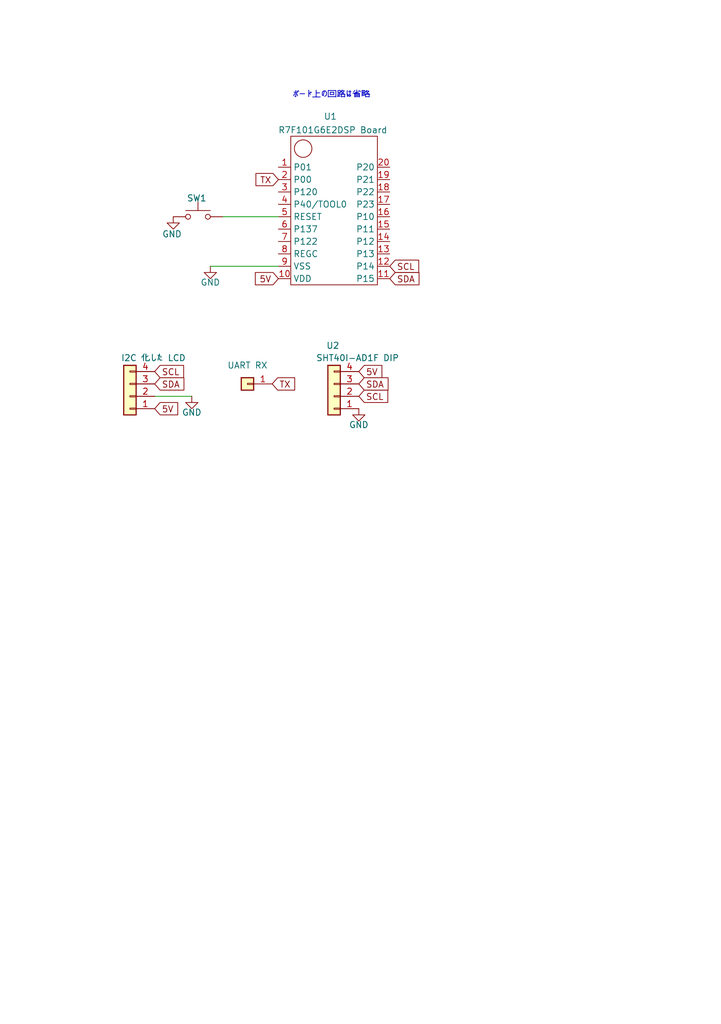
<source format=kicad_sch>
(kicad_sch (version 20250114) (generator "eeschema") (generator_version "9.0")
  (paper "A5" portrait)
  (lib_symbols
    (symbol "0Ore:R7F101G6E2DSP"
      (property "Reference" "U" (at 0 0 0))
      (symbol "R7F101G6E2DSP_0_1"
        (rectangle (start -8.89 31.75) (end 8.89 1.27))
        (circle (center -6.35 29.21) (radius 1.7961))
      )
      (symbol "R7F101G6E2DSP_1_1"
        (pin unspecified line (at -11.43 25.4 0) (length 2.54) (name "P01") (number "1"))
        (pin unspecified line (at -11.43 22.86 0) (length 2.54) (name "P00") (number "2"))
        (pin unspecified line (at -11.43 20.32 0) (length 2.54) (name "P120") (number "3"))
        (pin unspecified line (at -11.43 17.78 0) (length 2.54) (name "P40/TOOL0") (number "4"))
        (pin unspecified line (at -11.43 15.24 0) (length 2.54) (name "RESET") (number "5"))
        (pin unspecified line (at -11.43 12.7 0) (length 2.54) (name "P137") (number "6"))
        (pin unspecified line (at -11.43 10.16 0) (length 2.54) (name "P122") (number "7"))
        (pin unspecified line (at -11.43 7.62 0) (length 2.54) (name "REGC") (number "8"))
        (pin unspecified line (at -11.43 5.08 0) (length 2.54) (name "VSS") (number "9"))
        (pin unspecified line (at -11.43 2.54 0) (length 2.54) (name "VDD") (number "10"))
        (pin unspecified line (at 11.43 25.4 180) (length 2.54) (name "P20") (number "20"))
        (pin unspecified line (at 11.43 22.86 180) (length 2.54) (name "P21") (number "19"))
        (pin unspecified line (at 11.43 20.32 180) (length 2.54) (name "P22") (number "18"))
        (pin unspecified line (at 11.43 17.78 180) (length 2.54) (name "P23") (number "17"))
        (pin unspecified line (at 11.43 15.24 180) (length 2.54) (name "P10") (number "16"))
        (pin unspecified line (at 11.43 12.7 180) (length 2.54) (name "P11") (number "15"))
        (pin unspecified line (at 11.43 10.16 180) (length 2.54) (name "P12") (number "14"))
        (pin unspecified line (at 11.43 7.62 180) (length 2.54) (name "P13") (number "13"))
        (pin unspecified line (at 11.43 5.08 180) (length 2.54) (name "P14") (number "12"))
        (pin unspecified line (at 11.43 2.54 180) (length 2.54) (name "P15") (number "11"))
      )
    )
    (symbol "Connector_Generic:Conn_01x01" (pin_names (offset 1.016) (hide yes))
      (property "Reference" "J" (at 0 2.54 0))
      (property "Value" "Conn_01x01" (at 0 -2.54 0))
      (symbol "Conn_01x01_1_1"
        (rectangle (start -1.27 1.27) (end 1.27 -1.27) (stroke (width 0.254)) (fill (type background)))
        (rectangle (start -1.27 0.127) (end 0 -0.127) (stroke (width 0.1524)))
        (pin passive line (at -5.08 0 0) (length 3.81) (name "Pin_1") (number "1"))
      )
    )
    (symbol "Connector_Generic:Conn_01x04" (pin_names (offset 1.016) (hide yes))
      (property "Reference" "J" (at 0 5.08 0))
      (property "Value" "Conn_01x04" (at 0 -7.62 0))
      (symbol "Conn_01x04_1_1"
        (rectangle (start -1.27 3.81) (end 1.27 -6.35) (stroke (width 0.254)) (fill (type background)))
        (rectangle (start -1.27 2.667) (end 0 2.413) (stroke (width 0.1524)))
        (rectangle (start -1.27 0.127) (end 0 -0.127) (stroke (width 0.1524)))
        (rectangle (start -1.27 -2.413) (end 0 -2.667) (stroke (width 0.1524)))
        (rectangle (start -1.27 -4.953) (end 0 -5.207) (stroke (width 0.1524)))
        (pin passive line (at -5.08 2.54 0) (length 3.81) (name "Pin_1") (number "1"))
        (pin passive line (at -5.08 0 0) (length 3.81) (name "Pin_2") (number "2"))
        (pin passive line (at -5.08 -2.54 0) (length 3.81) (name "Pin_3") (number "3"))
        (pin passive line (at -5.08 -5.08 0) (length 3.81) (name "Pin_4") (number "4"))
      )
    )
    (symbol "Switch:SW_Push" (pin_numbers (hide yes)) (pin_names (offset 1.016) (hide yes))
      (property "Reference" "SW" (at 1.27 2.54 0))
      (property "Value" "SW_Push" (at 0 -1.524 0))
      (symbol "SW_Push_0_1"
        (circle (center -2.032 0) (radius 0.508))
        (polyline (pts (xy 0 1.27) (xy 0 3.048)))
        (circle (center 2.032 0) (radius 0.508))
        (polyline (pts (xy 2.54 1.27) (xy -2.54 1.27)))
        (pin passive line (at -5.08 0 0) (length 2.54) (name "1") (number "1"))
        (pin passive line (at 5.08 0 180) (length 2.54) (name "2") (number "2"))
      )
    )
    (symbol "power:GND" (power) (pin_numbers (hide yes)) (pin_names (offset 0) (hide yes))
      (property "Value" "GND" (at 0 -3.81 0))
      (symbol "GND_0_1"
        (polyline (pts (xy 0 0) (xy 0 -1.27) (xy 1.27 -1.27) (xy 0 -2.54) (xy -1.27 -1.27) (xy 0 -1.27)))
      )
      (symbol "GND_1_1"
        (pin power_in line (at 0 0 270) (length 0) (name "~") (number "1"))
      )
    )
  )
  (text "\n" (at 63.246 64.262 0) (effects (font (size 1.27 1.27))))
  (text "ボード上の回路は省略" (at 68.072 19.558 0) (effects (font (size 1.27 1.27))))
  (wire (pts (xy 31.75 81.28) (xy 39.37 81.28)))
  (wire (pts (xy 45.72 44.45) (xy 57.15 44.45)))
  (wire (pts (xy 43.18 54.61) (xy 57.15 54.61)))
  (global_label "5V" (shape input) (at 73.66 76.2 0) (property "Intersheetrefs" "${INTERSHEET_REFS}" (effects (hide yes))))
  (global_label "5V" (shape input) (at 31.75 83.82 0) (property "Intersheetrefs" "${INTERSHEET_REFS}" (effects (hide yes))))
  (global_label "SCL" (shape input) (at 31.75 76.2 0) (property "Intersheetrefs" "${INTERSHEET_REFS}" (effects (hide yes))))
  (global_label "SDA" (shape input) (at 80.01 57.15 0) (property "Intersheetrefs" "${INTERSHEET_REFS}" (effects (hide yes))))
  (global_label "TX" (shape input) (at 57.15 36.83 180) (property "Intersheetrefs" "${INTERSHEET_REFS}" (effects (hide yes))))
  (global_label "5V" (shape input) (at 57.15 57.15 180) (property "Intersheetrefs" "${INTERSHEET_REFS}" (effects (hide yes))))
  (global_label "SCL" (shape input) (at 80.01 54.61 0) (property "Intersheetrefs" "${INTERSHEET_REFS}" (effects (hide yes))))
  (global_label "TX" (shape input) (at 55.88 78.74 0) (property "Intersheetrefs" "${INTERSHEET_REFS}" (effects (hide yes))))
  (global_label "SCL" (shape input) (at 73.66 81.28 0) (property "Intersheetrefs" "${INTERSHEET_REFS}" (effects (hide yes))))
  (global_label "SDA" (shape input) (at 31.75 78.74 0) (property "Intersheetrefs" "${INTERSHEET_REFS}" (effects (hide yes))))
  (global_label "SDA" (shape input) (at 73.66 78.74 0) (property "Intersheetrefs" "${INTERSHEET_REFS}" (effects (hide yes))))
  (symbol (lib_id "power:GND") (at 73.66 83.82 0) (unit 1)
    (property "Reference" "#PWR04" (effects (hide yes)))
    (property "Value" "GND" (at 73.66 87.122 0))
    (property "Description" "Power symbol creates a global label with name \"GND\" , ground" (effects (hide yes)))
  )
  (symbol (lib_id "Connector_Generic:Conn_01x04") (at 68.58 81.28 180) (unit 1)
    (property "Reference" "U2" (at 68.326 70.866 0))
    (property "Value" "SHT40I-AD1F DIP" (at 73.406 73.406 0))
    (property "Description" "Generic connector, single row, 01x04, script generated (kicad-library-utils/schlib/autogen/connector/)" (effects (hide yes)))
  )
  (symbol (lib_id "power:GND") (at 43.18 54.61 0) (unit 1)
    (property "Reference" "#PWR02" (effects (hide yes)))
    (property "Value" "GND" (at 43.18 57.912 0))
    (property "Description" "Power symbol creates a global label with name \"GND\" , ground" (effects (hide yes)))
  )
  (symbol (lib_id "Connector_Generic:Conn_01x04") (at 26.67 81.28 180) (unit 1)
    (property "Reference" "J1" (effects (hide yes)))
    (property "Value" "I2C 化した LCD" (at 31.496 73.406 0))
    (property "Description" "Generic connector, single row, 01x04, script generated (kicad-library-utils/schlib/autogen/connector/)" (effects (hide yes)))
  )
  (symbol (lib_id "Connector_Generic:Conn_01x01") (at 50.8 78.74 180) (unit 1)
    (property "Reference" "J2" (effects (hide yes)))
    (property "Value" "UART RX" (at 50.8 74.93 0))
    (property "Description" "Generic connector, single row, 01x01, script generated (kicad-library-utils/schlib/autogen/connector/)" (effects (hide yes)))
  )
  (symbol (lib_id "Switch:SW_Push") (at 40.64 44.45 0) (unit 1)
    (property "Reference" "SW1" (at 40.386 40.64 0))
    (property "Value" "SW_Push" (effects (hide yes)))
    (property "Description" "Push button switch, generic, two pins" (effects (hide yes)))
  )
  (symbol (lib_id "power:GND") (at 35.56 44.45 0) (unit 1)
    (property "Reference" "#PWR01" (effects (hide yes)))
    (property "Value" "GND" (at 35.306 48.006 0))
    (property "Description" "Power symbol creates a global label with name \"GND\" , ground" (effects (hide yes)))
  )
  (symbol (lib_id "0Ore:R7F101G6E2DSP") (at 68.58 59.69 0) (unit 1)
    (property "Reference" "U1" (at 67.818 23.876 0))
    (property "Value" "R7F101G6E2DSP Board" (at 68.326 26.67 0))
  )
  (symbol (lib_id "power:GND") (at 39.37 81.28 0) (unit 1)
    (property "Reference" "#PWR03" (effects (hide yes)))
    (property "Value" "GND" (at 39.37 84.582 0))
    (property "Description" "Power symbol creates a global label with name \"GND\" , ground" (effects (hide yes)))
  )
)
</source>
